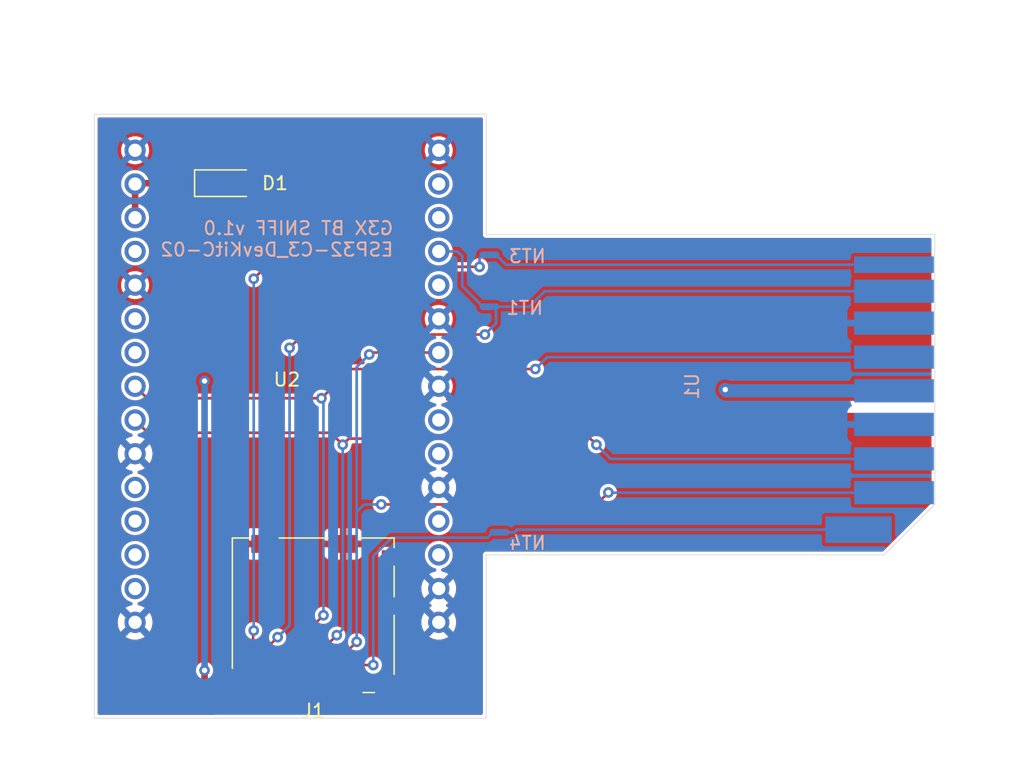
<source format=kicad_pcb>
(kicad_pcb (version 20211014) (generator pcbnew)
  (layers (0 "F.Cu" signal) (31 "B.Cu" signal) (34 "B.Paste" user) (35 "F.Paste" user) (36 "B.SilkS" user "B.Silkscreen") (37 "F.SilkS" user "F.Silkscreen") (38 "B.Mask" user) (39 "F.Mask" user) (44 "Edge.Cuts" user))
  (net 0 "")
  (net 1 "GND")
  (net 2 "+3.3VP")
  (net 3 "+3.3V")
  (net 4 "/MISO")
  (net 5 "/CLK")
  (net 6 "/MOSI")
  (net 7 "/CS")
  (net 8 "/DAT1")
  (net 9 "/DAT2")
  (net 10 "/DAT1_T")
  (net 11 "/DAT2_T")
  (net 18 "/MISO_ESP32")
  (footprint "Connector_Card:microSD_HC_Molex_104031-0811" (layer "F.Cu") (at 164 98.75 180)
    (fp_text reference "J1" (at 0 -7.18) (layer "F.SilkS"))
    (fp_text value "Micro_SD_Card_Det")
    (fp_line (start 4.88 5.82) (end 6.11 5.82) (layer "F.SilkS") (width 0.12))
    (fp_line (start 6.11 5.82) (end 6.11 -4) (layer "F.SilkS") (width 0.12))
    (fp_line (start -6.07 5.1) (end -6.07 5.82) (layer "F.SilkS") (width 0.12))
    (fp_line (start -6.07 -4.45) (end -6.07 0) (layer "F.SilkS") (width 0.12))
    (fp_line (start -4.59 -5.82) (end -3.73 -5.82) (layer "F.SilkS") (width 0.12))
    (fp_line (start -1.09 5.82) (end 2.58 5.82) (layer "F.SilkS") (width 0.12))
    (fp_line (start -6.07 1.4) (end -6.07 3.7) (layer "F.SilkS") (width 0.12))
    (fp_line (start -6.07 5.82) (end -3.39 5.82) (layer "F.SilkS") (width 0.12))
    (pad "1" smd rect locked (at -3.105 -5.45 180) (size 0.85 1.1) (layers "F.Cu" "F.Paste" "F.Mask") (net 9 "/DAT2"))
    (pad "2" smd rect locked (at -2.005 -5.45 180) (size 0.85 1.1) (layers "F.Cu" "F.Paste" "F.Mask") (net 7 "/CS"))
    (pad "3" smd rect locked (at -0.905 -5.45 180) (size 0.85 1.1) (layers "F.Cu" "F.Paste" "F.Mask") (net 6 "/MOSI"))
    (pad "4" smd rect locked (at 0.195 -5.45 180) (size 0.85 1.1) (layers "F.Cu" "F.Paste" "F.Mask") (net 3 "+3.3V"))
    (pad "5" smd rect locked (at 1.295 -5.45 180) (size 0.85 1.1) (layers "F.Cu" "F.Paste" "F.Mask") (net 5 "/CLK"))
    (pad "6" smd rect locked (at 2.395 -5.45 180) (size 0.85 1.1) (layers "F.Cu" "F.Paste" "F.Mask") (net 1 "GND"))
    (pad "7" smd rect locked (at 3.495 -5.45 180) (size 0.85 1.1) (layers "F.Cu" "F.Paste" "F.Mask") (net 4 "/MISO"))
    (pad "8" smd rect locked (at 4.545 -5.45 180) (size 0.75 1.1) (layers "F.Cu" "F.Paste" "F.Mask") (net 8 "/DAT1"))
    (pad "9" smd rect locked (at -5.74 0.7 180) (size 1.2 1) (layers "F.Cu" "F.Paste" "F.Mask"))
    (pad "10" smd rect locked (at -5.74 4.4 180) (size 1.2 1) (layers "F.Cu" "F.Paste" "F.Mask"))
    (pad "11" smd rect locked (at 3.73 5.375 180) (size 1.9 1.35) (layers "F.Cu" "F.Paste" "F.Mask") (net 1 "GND"))
    (pad "11" smd rect locked (at -2.24 5.375 180) (size 1.9 1.35) (layers "F.Cu" "F.Paste" "F.Mask") (net 1 "GND"))
    (pad "11" smd rect locked (at 5.755 -5.1 180) (size 1.17 1.8) (layers "F.Cu" "F.Paste" "F.Mask") (net 1 "GND"))
    (pad "11" smd rect locked (at -5.565 -5.325 180) (size 1.55 1.35) (layers "F.Cu" "F.Paste" "F.Mask") (net 1 "GND"))
  )
  (footprint "Main:ESP32-C3-DevKitC-02" (layer "F.Cu") (at 162 81.5)
    (fp_text reference "U2" (at 0 -0.5 unlocked) (layer "F.SilkS"))
    (fp_text value "ESP32-C3-DevKitC-02")
    (pad "1" thru_hole circle (at -11.43 -17.78) (size 1.6 1.6) (drill 1) (layers *.Cu *.Mask) (net 1 "GND"))
    (pad "2" thru_hole circle (at -11.43 -15.24) (size 1.6 1.6) (drill 1) (layers *.Cu *.Mask) (net 2 "+3.3VP"))
    (pad "3" thru_hole circle (at -11.43 -12.7) (size 1.6 1.6) (drill 1) (layers *.Cu *.Mask) (net 2 "+3.3VP"))
    (pad "4" thru_hole circle (at -11.43 -10.16) (size 1.6 1.6) (drill 1) (layers *.Cu *.Mask))
    (pad "5" thru_hole circle (at -11.43 -7.62) (size 1.6 1.6) (drill 1) (layers *.Cu *.Mask) (net 1 "GND"))
    (pad "6" thru_hole circle (at -11.43 -5.08) (size 1.6 1.6) (drill 1) (layers *.Cu *.Mask))
    (pad "7" thru_hole circle (at -11.43 -2.54) (size 1.6 1.6) (drill 1) (layers *.Cu *.Mask))
    (pad "8" thru_hole circle (at -11.43 0) (size 1.6 1.6) (drill 1) (layers *.Cu *.Mask) (net 5 "/CLK"))
    (pad "9" thru_hole circle (at -11.43 2.54) (size 1.6 1.6) (drill 1) (layers *.Cu *.Mask) (net 6 "/MOSI"))
    (pad "10" thru_hole circle (at -11.43 5.08) (size 1.6 1.6) (drill 1) (layers *.Cu *.Mask) (net 1 "GND"))
    (pad "11" thru_hole circle (at -11.43 7.62) (size 1.6 1.6) (drill 1) (layers *.Cu *.Mask))
    (pad "12" thru_hole circle (at -11.43 10.16) (size 1.6 1.6) (drill 1) (layers *.Cu *.Mask))
    (pad "13" thru_hole circle (at -11.43 12.7) (size 1.6 1.6) (drill 1) (layers *.Cu *.Mask))
    (pad "14" thru_hole circle (at -11.43 15.24) (size 1.6 1.6) (drill 1) (layers *.Cu *.Mask))
    (pad "15" thru_hole circle (at -11.43 17.78) (size 1.6 1.6) (drill 1) (layers *.Cu *.Mask) (net 1 "GND"))
    (pad "16" thru_hole circle (at 11.43 17.78) (size 1.6 1.6) (drill 1) (layers *.Cu *.Mask) (net 1 "GND"))
    (pad "17" thru_hole circle (at 11.43 15.24) (size 1.6 1.6) (drill 1) (layers *.Cu *.Mask) (net 1 "GND"))
    (pad "18" thru_hole circle (at 11.43 12.7) (size 1.6 1.6) (drill 1) (layers *.Cu *.Mask))
    (pad "19" thru_hole circle (at 11.43 10.16) (size 1.6 1.6) (drill 1) (layers *.Cu *.Mask))
    (pad "20" thru_hole circle (at 11.43 7.62) (size 1.6 1.6) (drill 1) (layers *.Cu *.Mask) (net 1 "GND"))
    (pad "21" thru_hole circle (at 11.43 5.08) (size 1.6 1.6) (drill 1) (layers *.Cu *.Mask))
    (pad "22" thru_hole circle (at 11.43 2.54) (size 1.6 1.6) (drill 1) (layers *.Cu *.Mask))
    (pad "23" thru_hole circle (at 11.43 0) (size 1.6 1.6) (drill 1) (layers *.Cu *.Mask) (net 1 "GND"))
    (pad "24" thru_hole circle (at 11.43 -2.54) (size 1.6 1.6) (drill 1) (layers *.Cu *.Mask) (net 7 "/CS"))
    (pad "25" thru_hole circle (at 11.43 -5.08) (size 1.6 1.6) (drill 1) (layers *.Cu *.Mask) (net 1 "GND"))
    (pad "26" thru_hole circle (at 11.43 -7.62) (size 1.6 1.6) (drill 1) (layers *.Cu *.Mask))
    (pad "27" thru_hole circle (at 11.43 -10.16) (size 1.6 1.6) (drill 1) (layers *.Cu *.Mask) (net 18 "/MISO_ESP32"))
    (pad "28" thru_hole circle (at 11.43 -12.7) (size 1.6 1.6) (drill 1) (layers *.Cu *.Mask))
    (pad "29" thru_hole circle (at 11.43 -15.24) (size 1.6 1.6) (drill 1) (layers *.Cu *.Mask))
    (pad "30" thru_hole circle (at 11.43 -17.78) (size 1.6 1.6) (drill 1) (layers *.Cu *.Mask) (net 1 "GND"))
  )
  (footprint "Diode_SMD:D_SOD-123" (layer "F.Cu") (at 157.3 66.2)
    (fp_text reference "D1" (at 3.8 0) (layer "F.SilkS"))
    (fp_text value "1N5819HW-7-F" hide)
    (fp_line (start -2.25 -1) (end -2.25 1) (layer "F.SilkS") (width 0.12))
    (fp_line (start -2.25 -1) (end 1.65 -1) (layer "F.SilkS") (width 0.12))
    (fp_line (start -2.25 1) (end 1.65 1) (layer "F.SilkS") (width 0.12))
    (pad "1" smd rect (at -1.65 0) (size 0.9 1.2) (layers "F.Cu" "F.Paste" "F.Mask") (net 2 "+3.3VP"))
    (pad "2" smd rect (at 1.65 0) (size 0.9 1.2) (layers "F.Cu" "F.Paste" "F.Mask") (net 3 "+3.3V"))
  )
  (footprint "Main:SD_MMC_CARD" (layer "B.Cu") (at 193 81.5 90)
    (fp_text reference "U1" (at 0 -0.5 90) (layer "B.SilkS") (effects (justify mirror)))
    (fp_text value "SD_MMC_FOOTPRINT")
    (pad "1" smd rect locked (at -8.0146 14.703 90) (size 1.75 6) (layers "B.Cu" "B.Paste" "B.Mask") (net 7 "/CS"))
    (pad "2" smd rect locked (at -5.465 14.703 90) (size 1.75 6) (layers "B.Cu" "B.Paste" "B.Mask") (net 6 "/MOSI"))
    (pad "3" smd rect locked (at -2.87 14.703 90) (size 1.75 6) (layers "B.Cu" "B.Paste" "B.Mask") (net 1 "GND"))
    (pad "4" smd rect locked (at -0.34 14.703 90) (size 1.75 6) (layers "B.Cu" "B.Paste" "B.Mask") (net 3 "+3.3V"))
    (pad "5" smd rect locked (at 2.195 14.703 90) (size 1.75 6) (layers "B.Cu" "B.Paste" "B.Mask") (net 5 "/CLK"))
    (pad "6" smd rect locked (at 4.76 14.703 90) (size 1.75 6) (layers "B.Cu" "B.Paste" "B.Mask") (net 1 "GND"))
    (pad "7" smd rect locked (at 7.16 14.703 90) (size 1.75 6) (layers "B.Cu" "B.Paste" "B.Mask") (net 4 "/MISO"))
    (pad "8" smd rect locked (at 9.16 14.703 90) (size 1.25 6) (layers "B.Cu" "B.Paste" "B.Mask") (net 10 "/DAT1_T"))
    (pad "9" smd rect locked (at -10.8 12.03 90) (size 2 5) (layers "B.Cu" "B.Paste" "B.Mask") (net 11 "/DAT2_T"))
  )
  (footprint "NetTie:NetTie-2_SMD_Pad0.5mm" (layer "B.Cu") (at 177.25 75.5)
    (fp_text reference "NT1" (at 2.65 0.1) (layer "B.SilkS") (effects (justify mirror)))
    (fp_text value "NetTie_2")
    (fp_poly (pts (xy -0.5 0.25) (xy 0.5 0.25) (xy 0.5 -0.25) (xy -0.5 -0.25)) (layer "B.Cu") (width 0) (fill solid))
    (pad "1" smd circle (at -0.5 0) (size 0.5 0.5) (layers "B.Cu") (net 18 "/MISO_ESP32"))
    (pad "2" smd circle (at 0.5 0) (size 0.5 0.5) (layers "B.Cu") (net 4 "/MISO"))
  )
  (footprint "NetTie:NetTie-2_SMD_Pad0.5mm" (layer "B.Cu") (at 177.25 71.6)
    (fp_text reference "NT3" (at 2.85 0.1) (layer "B.SilkS") (effects (justify mirror)))
    (fp_text value "NetTie_2")
    (fp_poly (pts (xy -0.5 0.25) (xy 0.5 0.25) (xy 0.5 -0.25) (xy -0.5 -0.25)) (layer "B.Cu") (width 0) (fill solid))
    (pad "1" smd circle (at -0.5 0) (size 0.5 0.5) (layers "B.Cu") (net 8 "/DAT1"))
    (pad "2" smd circle (at 0.5 0) (size 0.5 0.5) (layers "B.Cu") (net 10 "/DAT1_T"))
  )
  (footprint "NetTie:NetTie-2_SMD_Pad0.5mm" (layer "B.Cu") (at 178 92.5)
    (fp_text reference "NT4" (at 2.1 0.8) (layer "B.SilkS") (effects (justify mirror)))
    (fp_text value "NetTie_2")
    (fp_poly (pts (xy -0.5 0.25) (xy 0.5 0.25) (xy 0.5 -0.25) (xy -0.5 -0.25)) (layer "B.Cu") (width 0) (fill solid))
    (pad "1" smd circle (at -0.5 0) (size 0.5 0.5) (layers "B.Cu") (net 9 "/DAT2"))
    (pad "2" smd circle (at 0.5 0) (size 0.5 0.5) (layers "B.Cu") (net 11 "/DAT2_T"))
  )
  (gr_line (start 147.5 106.5) (end 177 106.5) (layer "Edge.Cuts") (width 0.05))
  (gr_line (start 185.54 70.07) (end 179.26 70.07) (layer "Edge.Cuts") (width 0.05))
  (gr_line (start 177 94.2) (end 177 99.4) (layer "Edge.Cuts") (width 0.05))
  (gr_line (start 206.97 94.2) (end 178.6 94.2) (layer "Edge.Cuts") (width 0.05))
  (gr_line (start 210.77 70.07) (end 210 70.07) (layer "Edge.Cuts") (width 0.05))
  (gr_line (start 205.83 70.07) (end 202 70.07) (layer "Edge.Cuts") (width 0.05))
  (gr_line (start 177 99.4) (end 177 106.5) (layer "Edge.Cuts") (width 0.05))
  (gr_line (start 192.42 70.07) (end 185.54 70.07) (layer "Edge.Cuts") (width 0.05))
  (gr_line (start 210 70.07) (end 205.83 70.07) (layer "Edge.Cuts") (width 0.05))
  (gr_line (start 147.5 61) (end 147.5 106.5) (layer "Edge.Cuts") (width 0.05))
  (gr_line (start 210.77 70.08) (end 210.77 70.07) (layer "Edge.Cuts") (width 0.05))
  (gr_line (start 197.53 70.07) (end 192.42 70.07) (layer "Edge.Cuts") (width 0.05))
  (gr_line (start 202 70.07) (end 197.53 70.07) (layer "Edge.Cuts") (width 0.05))
  (gr_line (start 210.78 90.39) (end 206.97 94.2) (layer "Edge.Cuts") (width 0.05))
  (gr_line (start 177 70.07) (end 177 61) (layer "Edge.Cuts") (width 0.05))
  (gr_line (start 179.26 70.07) (end 177 70.07) (layer "Edge.Cuts") (width 0.05))
  (gr_line (start 210.77 70.08) (end 210.78 90.39) (layer "Edge.Cuts") (width 0.05))
  (gr_line (start 177 61) (end 147.5 61) (layer "Edge.Cuts") (width 0.05))
  (gr_line (start 178.6 94.2) (end 177 94.2) (layer "Edge.Cuts") (width 0.05))
  (gr_text "G3X BT SNIFF v1.0\nESP32-C3_DevKitC-02" (at 170.1 70.4) (layer "B.SilkS") (effects (font (size 1 1)) (justify left mirror)))
  (segment (start 155.65 66.2) (end 150.63 66.2) (width 0.5) (layer "F.Cu") (net 2))
  (segment (start 150.63 66.2) (end 150.57 66.26) (width 0.5) (layer "F.Cu") (net 2))
  (segment (start 150.57 66.26) (end 150.57 68.8) (width 0.5) (layer "F.Cu") (net 2))
  (segment (start 163.805 105.25) (end 163.355 105.7) (width 0.5) (layer "F.Cu") (net 3))
  (segment (start 163.355 105.7) (end 157 105.7) (width 0.5) (layer "F.Cu") (net 3))
  (segment (start 163.805 104.2) (end 163.805 105.25) (width 0.5) (layer "F.Cu") (net 3))
  (segment (start 157 105.7) (end 155.8 104.5) (width 0.5) (layer "F.Cu") (net 3))
  (segment (start 155.8 104.5) (end 155.8 102.9) (width 0.5) (layer "F.Cu") (net 3))
  (via (at 195 81.75) (size 0.8) (drill 0.4) (layers "F.Cu" "B.Cu") (net 3))
  (via (at 155.8 81.1) (size 0.8) (drill 0.4) (layers "F.Cu" "B.Cu") (net 3))
  (via (at 155.8 102.9) (size 0.8) (drill 0.4) (layers "F.Cu" "B.Cu") (net 3))
  (segment (start 207.703 81.84) (end 195.09 81.84) (width 1) (layer "B.Cu") (net 3))
  (segment (start 195.09 81.84) (end 195 81.75) (width 1) (layer "B.Cu") (net 3))
  (segment (start 155.8 102.9) (end 155.8 81.1) (width 0.5) (layer "B.Cu") (net 3))
  (segment (start 160.505 104.2) (end 160.505 101.195) (width 0.2) (layer "F.Cu") (net 4))
  (segment (start 176.9 77.6) (end 163.2 77.6) (width 0.2) (layer "F.Cu") (net 4))
  (segment (start 163.2 77.6) (end 162.2 78.6) (width 0.2) (layer "F.Cu") (net 4))
  (segment (start 160.505 101.195) (end 161.3 100.4) (width 0.2) (layer "F.Cu") (net 4))
  (via (at 161.3 100.4) (size 0.8) (drill 0.4) (layers "F.Cu" "B.Cu") (net 4))
  (via (at 162.2 78.6) (size 0.8) (drill 0.4) (layers "F.Cu" "B.Cu") (net 4))
  (via (at 176.9 77.6) (size 0.8) (drill 0.4) (layers "F.Cu" "B.Cu") (net 4))
  (segment (start 177.75 75.5) (end 177.75 76.75) (width 0.2) (layer "B.Cu") (net 4))
  (segment (start 162.2 99.5) (end 162.2 78.6) (width 0.2) (layer "B.Cu") (net 4))
  (segment (start 181.41 74.34) (end 207.703 74.34) (width 0.2) (layer "B.Cu") (net 4))
  (segment (start 161.3 100.4) (end 162.2 99.5) (width 0.2) (layer "B.Cu") (net 4))
  (segment (start 177.75 75.5) (end 180.25 75.5) (width 0.2) (layer "B.Cu") (net 4))
  (segment (start 180.425 75.325) (end 181.41 74.34) (width 0.2) (layer "B.Cu") (net 4))
  (segment (start 180.25 75.5) (end 180.425 75.325) (width 0.2) (layer "B.Cu") (net 4))
  (segment (start 177.75 76.75) (end 176.9 77.6) (width 0.2) (layer "B.Cu") (net 4))
  (segment (start 151.47 82.4) (end 150.57 81.5) (width 0.2) (layer "F.Cu") (net 5))
  (segment (start 162.705 100.795) (end 162.705 104.2) (width 0.2) (layer "F.Cu") (net 5))
  (segment (start 164.6 82.4) (end 151.47 82.4) (width 0.2) (layer "F.Cu") (net 5))
  (segment (start 164.6 82.4) (end 166.8 80.2) (width 0.2) (layer "F.Cu") (net 5))
  (segment (start 164.75 98.75) (end 162.705 100.795) (width 0.2) (layer "F.Cu") (net 5))
  (segment (start 166.8 80.2) (end 180.7 80.2) (width 0.2) (layer "F.Cu") (net 5))
  (via (at 180.7 80.2) (size 0.8) (drill 0.4) (layers "F.Cu" "B.Cu") (net 5))
  (via (at 164.6 82.4) (size 0.8) (drill 0.4) (layers "F.Cu" "B.Cu") (net 5))
  (via (at 164.75 98.75) (size 0.8) (drill 0.4) (layers "F.Cu" "B.Cu") (net 5))
  (segment (start 164.75 82.55) (end 164.6 82.4) (width 0.2) (layer "B.Cu") (net 5))
  (segment (start 164.75 98.75) (end 164.75 82.55) (width 0.2) (layer "B.Cu") (net 5))
  (segment (start 180.7 80.2) (end 181.595 79.305) (width 0.2) (layer "B.Cu") (net 5))
  (segment (start 181.595 79.305) (end 207.703 79.305) (width 0.2) (layer "B.Cu") (net 5))
  (segment (start 166.2 85.9) (end 165.3 85) (width 0.2) (layer "F.Cu") (net 6))
  (segment (start 166.655366 85.444634) (end 184.844634 85.444634) (width 0.2) (layer "F.Cu") (net 6))
  (segment (start 184.844634 85.444634) (end 185.3 85.9) (width 0.2) (layer "F.Cu") (net 6))
  (segment (start 165.75 100.25) (end 164.905 101.095) (width 0.2) (layer "F.Cu") (net 6))
  (segment (start 165.3 85) (end 151.53 85) (width 0.2) (layer "F.Cu") (net 6))
  (segment (start 166.2 85.9) (end 166.655366 85.444634) (width 0.2) (layer "F.Cu") (net 6))
  (segment (start 151.53 85) (end 150.57 84.04) (width 0.2) (layer "F.Cu") (net 6))
  (segment (start 164.905 101.095) (end 164.905 104.2) (width 0.2) (layer "F.Cu") (net 6))
  (via (at 185.3 85.9) (size 0.8) (drill 0.4) (layers "F.Cu" "B.Cu") (net 6))
  (via (at 166.2 85.9) (size 0.8) (drill 0.4) (layers "F.Cu" "B.Cu") (net 6))
  (via (at 165.75 100.25) (size 0.8) (drill 0.4) (layers "F.Cu" "B.Cu") (net 6))
  (segment (start 166.1 99.9) (end 166.2 99.8) (width 0.2) (layer "B.Cu") (net 6))
  (segment (start 166.2 99.8) (end 166.2 85.9) (width 0.2) (layer "B.Cu") (net 6))
  (segment (start 165.75 100.25) (end 166.1 99.9) (width 0.2) (layer "B.Cu") (net 6))
  (segment (start 186.365 86.965) (end 186.465 86.965) (width 0.2) (layer "B.Cu") (net 6))
  (segment (start 185.3 85.9) (end 186.365 86.965) (width 0.2) (layer "B.Cu") (net 6))
  (segment (start 186.465 86.965) (end 207.703 86.965) (width 0.2) (layer "B.Cu") (net 6))
  (segment (start 167.25 100.75) (end 166.005 101.995) (width 0.2) (layer "F.Cu") (net 7))
  (segment (start 185.3 90.4) (end 169.1 90.4) (width 0.2) (layer "F.Cu") (net 7))
  (segment (start 166.005 101.995) (end 166.005 104.2) (width 0.2) (layer "F.Cu") (net 7))
  (segment (start 168.2 79.1) (end 168.34 78.96) (width 0.2) (layer "F.Cu") (net 7))
  (segment (start 168.34 78.96) (end 173.43 78.96) (width 0.2) (layer "F.Cu") (net 7))
  (segment (start 186.2 89.5) (end 185.3 90.4) (width 0.2) (layer "F.Cu") (net 7))
  (via (at 169.1 90.4) (size 0.8) (drill 0.4) (layers "F.Cu" "B.Cu") (net 7))
  (via (at 167.25 100.75) (size 0.8) (drill 0.4) (layers "F.Cu" "B.Cu") (net 7))
  (via (at 168.2 79.1) (size 0.8) (drill 0.4) (layers "F.Cu" "B.Cu") (net 7))
  (via (at 186.2 89.5) (size 0.8) (drill 0.4) (layers "F.Cu" "B.Cu") (net 7))
  (segment (start 167.8 90.4) (end 167.25 90.95) (width 0.2) (layer "B.Cu") (net 7))
  (segment (start 167.25 80.05) (end 168.2 79.1) (width 0.2) (layer "B.Cu") (net 7))
  (segment (start 186.2146 89.5146) (end 186.2 89.5) (width 0.2) (layer "B.Cu") (net 7))
  (segment (start 207.703 89.5146) (end 186.2146 89.5146) (width 0.2) (layer "B.Cu") (net 7))
  (segment (start 169.1 90.4) (end 167.8 90.4) (width 0.2) (layer "B.Cu") (net 7))
  (segment (start 167.25 100.75) (end 167.25 90.95) (width 0.2) (layer "B.Cu") (net 7))
  (segment (start 167.25 90.95) (end 167.25 80.05) (width 0.2) (layer "B.Cu") (net 7))
  (segment (start 163.2 72.5) (end 176.5 72.5) (width 0.2) (layer "F.Cu") (net 8))
  (segment (start 159.455 99.945) (end 159.5 99.9) (width 0.2) (layer "F.Cu") (net 8))
  (segment (start 159.455 104.2) (end 159.455 99.945) (width 0.2) (layer "F.Cu") (net 8))
  (segment (start 160.4 72.5) (end 163.2 72.5) (width 0.2) (layer "F.Cu") (net 8))
  (segment (start 159.5 73.4) (end 160.4 72.5) (width 0.2) (layer "F.Cu") (net 8))
  (via (at 159.5 73.4) (size 0.8) (drill 0.4) (layers "F.Cu" "B.Cu") (net 8))
  (via (at 159.5 99.9) (size 0.8) (drill 0.4) (layers "F.Cu" "B.Cu") (net 8))
  (via (at 176.5 72.5) (size 0.8) (drill 0.4) (layers "F.Cu" "B.Cu") (net 8))
  (segment (start 176.5 71.85) (end 176.75 71.6) (width 0.2) (layer "B.Cu") (net 8))
  (segment (start 159.5 99.9) (end 159.5 73.4) (width 0.2) (layer "B.Cu") (net 8))
  (segment (start 176.5 72.5) (end 176.5 71.85) (width 0.2) (layer "B.Cu") (net 8))
  (segment (start 167.105 103.145) (end 167.75 102.5) (width 0.2) (layer "F.Cu") (net 9))
  (segment (start 167.105 104.2) (end 167.105 103.145) (width 0.2) (layer "F.Cu") (net 9))
  (segment (start 167.75 102.5) (end 168.5 102.5) (width 0.2) (layer "F.Cu") (net 9))
  (via (at 168.5 102.5) (size 0.8) (drill 0.4) (layers "F.Cu" "B.Cu") (net 9))
  (segment (start 177.5 92.5) (end 177.1 92.9) (width 0.2) (layer "B.Cu") (net 9))
  (segment (start 168.5 102.5) (end 168.5 94.3) (width 0.2) (layer "B.Cu") (net 9))
  (segment (start 168.5 94.3) (end 169.25 93.55) (width 0.2) (layer "B.Cu") (net 9))
  (segment (start 177.1 92.9) (end 169.9 92.9) (width 0.2) (layer "B.Cu") (net 9))
  (segment (start 169.9 92.9) (end 169.25 93.55) (width 0.2) (layer "B.Cu") (net 9))
  (segment (start 207.703 72.34) (end 178.49 72.34) (width 0.2) (layer "B.Cu") (net 10))
  (segment (start 177.75 71.6) (end 178.49 72.34) (width 0.2) (layer "B.Cu") (net 10))
  (segment (start 178.5 92.5) (end 179.1 92.5) (width 0.2) (layer "B.Cu") (net 11))
  (segment (start 179.1 92.5) (end 179.3 92.3) (width 0.2) (layer "B.Cu") (net 11))
  (segment (start 205.03 92.3) (end 179.3 92.3) (width 0.2) (layer "B.Cu") (net 11))
  (segment (start 175.2 71.7) (end 174.84 71.34) (width 0.2) (layer "B.Cu") (net 18))
  (segment (start 175.2 73.95) (end 175.2 71.7) (width 0.2) (layer "B.Cu") (net 18))
  (segment (start 174.84 71.34) (end 173.43 71.34) (width 0.2) (layer "B.Cu") (net 18))
  (segment (start 176.75 75.5) (end 175.2 73.95) (width 0.2) (layer "B.Cu") (net 18))
  (zone (net 1) (net_name "GND") (layer "F.Cu") (connect_pads (clearance 0.25)) (min_thickness 0.254) (fill yes (thermal_gap 0.508) (thermal_bridge_width 0.508))
    (polygon (pts (xy 216.878698 110.5) (xy 141.3 110.4) (xy 141.3 83.5) (xy 216.8 83.5)))
  )
  (zone (net 3) (net_name "+3.3V") (layer "F.Cu") (connect_pads (clearance 0.25)) (min_thickness 0.254) (fill yes (thermal_gap 0.508) (thermal_bridge_width 0.508))
    (polygon (pts (xy 213.7 52.5) (xy 213.7 82.6) (xy 140.4 82.6) (xy 140.4 52.4)))
  )
  (zone (net 1) (net_name "GND") (layer "B.Cu") (connect_pads (clearance 0.25)) (min_thickness 0.254) (fill yes (thermal_gap 0.508) (thermal_bridge_width 0.508))
    (polygon (pts (xy 217.5 110) (xy 141.3 110) (xy 141.3 53.3) (xy 217.5 53.3)))
  )
)
</source>
